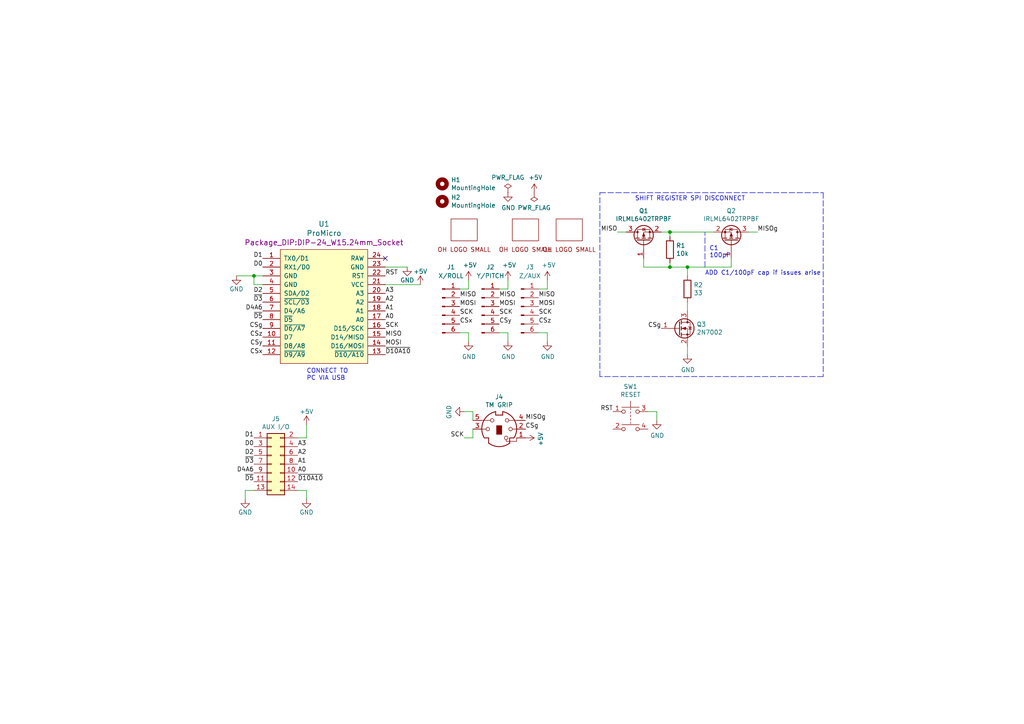
<source format=kicad_sch>
(kicad_sch (version 20211123) (generator eeschema)
  (paper "A4")
  (title_block (title "OH Flight Stick Controller") (date "2021-10-15") (rev "1") (company "www.OpenHornet.com") (comment 1 "CC BY-NC-SA"))
  (lib_symbols
    (symbol "Connector:Conn_01x06_Male" (pin_names (offset 1.016) hide)
      (property "Reference" "J" (at 0 7.62 0))
      (property "Value" "Conn_01x06_Male" (at 0 -10.16 0))
      (symbol "Conn_01x06_Male_1_1"
        (polyline (pts (xy 1.27 -7.62) (xy 0.8636 -7.62)) (stroke (width 0.1524)))
        (polyline (pts (xy 1.27 -5.08) (xy 0.8636 -5.08)) (stroke (width 0.1524)))
        (polyline (pts (xy 1.27 -2.54) (xy 0.8636 -2.54)) (stroke (width 0.1524)))
        (polyline (pts (xy 1.27 0) (xy 0.8636 0)) (stroke (width 0.1524)))
        (polyline (pts (xy 1.27 2.54) (xy 0.8636 2.54)) (stroke (width 0.1524)))
        (polyline (pts (xy 1.27 5.08) (xy 0.8636 5.08)) (stroke (width 0.1524)))
        (rectangle (start 0.8636 -7.493) (end 0 -7.747) (stroke (width 0.1524)) (fill (type outline)))
        (rectangle (start 0.8636 -4.953) (end 0 -5.207) (stroke (width 0.1524)) (fill (type outline)))
        (rectangle (start 0.8636 -2.413) (end 0 -2.667) (stroke (width 0.1524)) (fill (type outline)))
        (rectangle (start 0.8636 0.127) (end 0 -0.127) (stroke (width 0.1524)) (fill (type outline)))
        (rectangle (start 0.8636 2.667) (end 0 2.413) (stroke (width 0.1524)) (fill (type outline)))
        (rectangle (start 0.8636 5.207) (end 0 4.953) (stroke (width 0.1524)) (fill (type outline)))
        (pin passive line (at 5.08 5.08 180) (length 3.81) (name "Pin_1") (number "1"))
        (pin passive line (at 5.08 2.54 180) (length 3.81) (name "Pin_2") (number "2"))
        (pin passive line (at 5.08 0 180) (length 3.81) (name "Pin_3") (number "3"))
        (pin passive line (at 5.08 -2.54 180) (length 3.81) (name "Pin_4") (number "4"))
        (pin passive line (at 5.08 -5.08 180) (length 3.81) (name "Pin_5") (number "5"))
        (pin passive line (at 5.08 -7.62 180) (length 3.81) (name "Pin_6") (number "6"))
      )
    )
    (symbol "Connector:Mini-DIN-5" (pin_names (offset 1.016))
      (property "Reference" "J" (at 0 6.35 0))
      (property "Value" "Mini-DIN-5" (at 0 -6.35 0))
      (symbol "Mini-DIN-5_0_1"
        (circle (center -3.302 0) (radius 0.508))
        (arc (start -3.048 -4.064) (mid 0 -5.08) (end 3.048 -4.064) (stroke (width 0.254)))
        (circle (center -2.032 2.54) (radius 0.508))
        (arc (start -1.016 5.08) (mid -4.6228 2.1214) (end -4.318 -2.54) (stroke (width 0.254)))
        (rectangle (start -0.762 1.016) (end 0.762 -1.524) (fill (type outline)))
        (polyline (pts (xy -3.81 0) (xy -5.08 0)))
        (polyline (pts (xy -2.54 2.54) (xy -5.08 2.54)))
        (polyline (pts (xy 2.794 2.54) (xy 5.08 2.54)))
        (polyline (pts (xy 5.08 0) (xy 3.81 0)))
        (polyline (pts (xy -4.318 -2.54) (xy -3.048 -2.54) (xy -3.048 -4.064)) (stroke (width 0.254)))
        (polyline (pts (xy 4.318 -2.54) (xy 3.048 -2.54) (xy 3.048 -4.064)) (stroke (width 0.254)))
        (polyline (pts (xy -1.016 5.08) (xy -1.016 4.064) (xy 1.016 4.064) (xy 1.016 5.08)) (stroke (width 0.254)))
        (polyline (pts (xy 2.032 -3.048) (xy 2.032 -3.556) (xy 5.08 -3.556) (xy 5.08 -2.54)))
        (circle (center 2.032 -2.54) (radius 0.508))
        (circle (center 2.286 2.54) (radius 0.508))
        (circle (center 3.302 0) (radius 0.508))
        (arc (start 4.318 -2.54) (mid 4.6661 2.1322) (end 1.016 5.08) (stroke (width 0.254)))
      )
      (symbol "Mini-DIN-5_1_1"
        (pin passive line (at 7.62 -2.54 180) (length 2.54) (name "~") (number "1"))
        (pin passive line (at 7.62 0 180) (length 2.54) (name "~") (number "2"))
        (pin passive line (at -7.62 0 0) (length 2.54) (name "~") (number "3"))
        (pin passive line (at 7.62 2.54 180) (length 2.54) (name "~") (number "4"))
        (pin passive line (at -7.62 2.54 0) (length 2.54) (name "~") (number "5"))
      )
    )
    (symbol "Connector_Generic:Conn_02x07_Odd_Even" (pin_names (offset 1.016) hide)
      (property "Reference" "J" (at 1.27 10.16 0))
      (property "Value" "Conn_02x07_Odd_Even" (at 1.27 -10.16 0))
      (symbol "Conn_02x07_Odd_Even_1_1"
        (rectangle (start -1.27 -7.493) (end 0 -7.747) (stroke (width 0.1524)))
        (rectangle (start -1.27 -4.953) (end 0 -5.207) (stroke (width 0.1524)))
        (rectangle (start -1.27 -2.413) (end 0 -2.667) (stroke (width 0.1524)))
        (rectangle (start -1.27 0.127) (end 0 -0.127) (stroke (width 0.1524)))
        (rectangle (start -1.27 2.667) (end 0 2.413) (stroke (width 0.1524)))
        (rectangle (start -1.27 5.207) (end 0 4.953) (stroke (width 0.1524)))
        (rectangle (start -1.27 7.747) (end 0 7.493) (stroke (width 0.1524)))
        (rectangle (start -1.27 8.89) (end 3.81 -8.89) (stroke (width 0.254)) (fill (type background)))
        (rectangle (start 3.81 -7.493) (end 2.54 -7.747) (stroke (width 0.1524)))
        (rectangle (start 3.81 -4.953) (end 2.54 -5.207) (stroke (width 0.1524)))
        (rectangle (start 3.81 -2.413) (end 2.54 -2.667) (stroke (width 0.1524)))
        (rectangle (start 3.81 0.127) (end 2.54 -0.127) (stroke (width 0.1524)))
        (rectangle (start 3.81 2.667) (end 2.54 2.413) (stroke (width 0.1524)))
        (rectangle (start 3.81 5.207) (end 2.54 4.953) (stroke (width 0.1524)))
        (rectangle (start 3.81 7.747) (end 2.54 7.493) (stroke (width 0.1524)))
        (pin passive line (at -5.08 7.62 0) (length 3.81) (name "Pin_1") (number "1"))
        (pin passive line (at 7.62 -2.54 180) (length 3.81) (name "Pin_10") (number "10"))
        (pin passive line (at -5.08 -5.08 0) (length 3.81) (name "Pin_11") (number "11"))
        (pin passive line (at 7.62 -5.08 180) (length 3.81) (name "Pin_12") (number "12"))
        (pin passive line (at -5.08 -7.62 0) (length 3.81) (name "Pin_13") (number "13"))
        (pin passive line (at 7.62 -7.62 180) (length 3.81) (name "Pin_14") (number "14"))
        (pin passive line (at 7.62 7.62 180) (length 3.81) (name "Pin_2") (number "2"))
        (pin passive line (at -5.08 5.08 0) (length 3.81) (name "Pin_3") (number "3"))
        (pin passive line (at 7.62 5.08 180) (length 3.81) (name "Pin_4") (number "4"))
        (pin passive line (at -5.08 2.54 0) (length 3.81) (name "Pin_5") (number "5"))
        (pin passive line (at 7.62 2.54 180) (length 3.81) (name "Pin_6") (number "6"))
        (pin passive line (at -5.08 0 0) (length 3.81) (name "Pin_7") (number "7"))
        (pin passive line (at 7.62 0 180) (length 3.81) (name "Pin_8") (number "8"))
        (pin passive line (at -5.08 -2.54 0) (length 3.81) (name "Pin_9") (number "9"))
      )
    )
    (symbol "Device:Q_NMOS_GSD" (pin_names (offset 0) hide)
      (property "Reference" "Q" (at 5.08 1.27 0))
      (property "Value" "Q_NMOS_GSD" (at 5.08 -1.27 0))
      (symbol "Q_NMOS_GSD_0_1"
        (polyline (pts (xy 0.254 0) (xy -2.54 0)))
        (polyline (pts (xy 0.254 1.905) (xy 0.254 -1.905)) (stroke (width 0.254)))
        (polyline (pts (xy 0.762 -1.27) (xy 0.762 -2.286)) (stroke (width 0.254)))
        (polyline (pts (xy 0.762 0.508) (xy 0.762 -0.508)) (stroke (width 0.254)))
        (polyline (pts (xy 0.762 2.286) (xy 0.762 1.27)) (stroke (width 0.254)))
        (polyline (pts (xy 2.54 2.54) (xy 2.54 1.778)))
        (polyline (pts (xy 2.54 -2.54) (xy 2.54 0) (xy 0.762 0)))
        (polyline (pts (xy 0.762 -1.778) (xy 3.302 -1.778) (xy 3.302 1.778) (xy 0.762 1.778)))
        (polyline (pts (xy 1.016 0) (xy 2.032 0.381) (xy 2.032 -0.381) (xy 1.016 0)) (fill (type outline)))
        (polyline (pts (xy 2.794 0.508) (xy 2.921 0.381) (xy 3.683 0.381) (xy 3.81 0.254)))
        (polyline (pts (xy 3.302 0.381) (xy 2.921 -0.254) (xy 3.683 -0.254) (xy 3.302 0.381)))
        (circle (center 1.651 0) (radius 2.794) (stroke (width 0.254)))
        (circle (center 2.54 -1.778) (radius 0.254) (fill (type outline)))
        (circle (center 2.54 1.778) (radius 0.254) (fill (type outline)))
      )
      (symbol "Q_NMOS_GSD_1_1"
        (pin input line (at -5.08 0 0) (length 2.54) (name "G") (number "1"))
        (pin passive line (at 2.54 -5.08 90) (length 2.54) (name "S") (number "2"))
        (pin passive line (at 2.54 5.08 270) (length 2.54) (name "D") (number "3"))
      )
    )
    (symbol "Device:Q_PMOS_GSD" (pin_names (offset 0) hide)
      (property "Reference" "Q" (at 5.08 1.27 0))
      (property "Value" "Q_PMOS_GSD" (at 5.08 -1.27 0))
      (symbol "Q_PMOS_GSD_0_1"
        (polyline (pts (xy 0.254 0) (xy -2.54 0)))
        (polyline (pts (xy 0.254 1.905) (xy 0.254 -1.905)) (stroke (width 0.254)))
        (polyline (pts (xy 0.762 -1.27) (xy 0.762 -2.286)) (stroke (width 0.254)))
        (polyline (pts (xy 0.762 0.508) (xy 0.762 -0.508)) (stroke (width 0.254)))
        (polyline (pts (xy 0.762 2.286) (xy 0.762 1.27)) (stroke (width 0.254)))
        (polyline (pts (xy 2.54 2.54) (xy 2.54 1.778)))
        (polyline (pts (xy 2.54 -2.54) (xy 2.54 0) (xy 0.762 0)))
        (polyline (pts (xy 0.762 1.778) (xy 3.302 1.778) (xy 3.302 -1.778) (xy 0.762 -1.778)))
        (polyline (pts (xy 2.286 0) (xy 1.27 0.381) (xy 1.27 -0.381) (xy 2.286 0)) (fill (type outline)))
        (polyline (pts (xy 2.794 -0.508) (xy 2.921 -0.381) (xy 3.683 -0.381) (xy 3.81 -0.254)))
        (polyline (pts (xy 3.302 -0.381) (xy 2.921 0.254) (xy 3.683 0.254) (xy 3.302 -0.381)))
        (circle (center 1.651 0) (radius 2.794) (stroke (width 0.254)))
        (circle (center 2.54 -1.778) (radius 0.254) (fill (type outline)))
        (circle (center 2.54 1.778) (radius 0.254) (fill (type outline)))
      )
      (symbol "Q_PMOS_GSD_1_1"
        (pin input line (at -5.08 0 0) (length 2.54) (name "G") (number "1"))
        (pin passive line (at 2.54 -5.08 90) (length 2.54) (name "S") (number "2"))
        (pin passive line (at 2.54 5.08 270) (length 2.54) (name "D") (number "3"))
      )
    )
    (symbol "Device:R" (pin_numbers hide) (pin_names (offset 0))
      (property "Reference" "R" (at 2.032 0 90))
      (property "Value" "R" (at 0 0 90))
      (symbol "R_0_1"
        (rectangle (start -1.016 -2.54) (end 1.016 2.54) (stroke (width 0.254)))
      )
      (symbol "R_1_1"
        (pin passive line (at 0 3.81 270) (length 1.27) (name "~") (number "1"))
        (pin passive line (at 0 -3.81 90) (length 1.27) (name "~") (number "2"))
      )
    )
    (symbol "KiCadCustomLib:Omron_B3F-1026" (pin_names (offset 1.016) hide)
      (property "Reference" "SW" (at 1.27 2.54 0))
      (property "Value" "Omron_B3F-1026" (at 0 -6.858 0))
      (symbol "Omron_B3F-1026_0_1"
        (circle (center -2.032 -5.08) (radius 0.508))
        (circle (center -2.032 0) (radius 0.508))
        (polyline (pts (xy 0 -3.048) (xy 0 -3.556)))
        (polyline (pts (xy 0 -2.032) (xy 0 -2.54)))
        (polyline (pts (xy 0 -1.524) (xy 0 -1.016)))
        (polyline (pts (xy 0 -0.508) (xy 0 0)))
        (polyline (pts (xy 0 0.508) (xy 0 1.016)))
        (polyline (pts (xy 0 1.27) (xy 0 3.048)))
        (polyline (pts (xy 2.54 -3.81) (xy -2.54 -3.81)))
        (polyline (pts (xy 2.54 1.27) (xy -2.54 1.27)))
        (circle (center 2.032 -5.08) (radius 0.508))
        (circle (center 2.032 0) (radius 0.508))
        (pin passive line (at -5.08 0 0) (length 2.54) (name "1") (number "1"))
        (pin passive line (at -5.08 -5.08 0) (length 2.54) (name "2") (number "2"))
        (pin passive line (at 5.08 0 180) (length 2.54) (name "3") (number "3"))
        (pin passive line (at 5.08 -5.08 180) (length 2.54) (name "4") (number "4"))
      )
    )
    (symbol "KiCadCustomLib:OpenHornetLogoSmall" (pin_numbers hide) (pin_names (offset 0) hide)
      (symbol "OpenHornetLogoSmall_0_0"
        (text "OH LOGO SMALL" (at 0 2.54 0) (effects (font (size 1.27 1.27))))
      )
      (symbol "OpenHornetLogoSmall_0_1"
        (rectangle (start 3.81 5.08) (end -3.81 11.43))
      )
    )
    (symbol "KiCadCustomLib:ProMicro" (pin_names (offset 1.016))
      (property "Reference" "U" (at 0 24.13 0))
      (property "Value" "ProMicro" (at 0 -13.97 0))
      (symbol "ProMicro_0_1"
        (rectangle (start -12.7 21.59) (end 12.7 -11.43) (fill (type background)))
      )
      (symbol "ProMicro_1_1"
        (pin bidirectional line (at -17.78 19.05 0) (length 5.08) (name "TX0/D1") (number "1"))
        (pin bidirectional line (at -17.78 -3.81 0) (length 5.08) (name "D7") (number "10"))
        (pin bidirectional line (at -17.78 -6.35 0) (length 5.08) (name "D8/A8") (number "11"))
        (pin bidirectional line (at -17.78 -8.89 0) (length 5.08) (name "~{D9/A9}") (number "12"))
        (pin bidirectional line (at 17.78 -8.89 180) (length 5.08) (name "~{D10/A10}") (number "13"))
        (pin bidirectional line (at 17.78 -6.35 180) (length 5.08) (name "D16/MOSI") (number "14"))
        (pin bidirectional line (at 17.78 -3.81 180) (length 5.08) (name "D14/MISO") (number "15"))
        (pin bidirectional line (at 17.78 -1.27 180) (length 5.08) (name "D15/SCK") (number "16"))
        (pin bidirectional line (at 17.78 1.27 180) (length 5.08) (name "A0") (number "17"))
        (pin bidirectional line (at 17.78 3.81 180) (length 5.08) (name "A1") (number "18"))
        (pin bidirectional line (at 17.78 6.35 180) (length 5.08) (name "A2") (number "19"))
        (pin bidirectional line (at -17.78 16.51 0) (length 5.08) (name "RX1/D0") (number "2"))
        (pin bidirectional line (at 17.78 8.89 180) (length 5.08) (name "A3") (number "20"))
        (pin power_in line (at 17.78 11.43 180) (length 5.08) (name "VCC") (number "21"))
        (pin input line (at 17.78 13.97 180) (length 5.08) (name "RST") (number "22"))
        (pin power_in line (at 17.78 16.51 180) (length 5.08) (name "GND") (number "23"))
        (pin power_out line (at 17.78 19.05 180) (length 5.08) (name "RAW") (number "24"))
        (pin power_in line (at -17.78 13.97 0) (length 5.08) (name "GND") (number "3"))
        (pin power_in line (at -17.78 11.43 0) (length 5.08) (name "GND") (number "4"))
        (pin bidirectional line (at -17.78 8.89 0) (length 5.08) (name "SDA/D2") (number "5"))
        (pin bidirectional line (at -17.78 6.35 0) (length 5.08) (name "~{SCL/D3}") (number "6"))
        (pin bidirectional line (at -17.78 3.81 0) (length 5.08) (name "D4/A6") (number "7"))
        (pin bidirectional line (at -17.78 1.27 0) (length 5.08) (name "~{D5}") (number "8"))
        (pin bidirectional line (at -17.78 -1.27 0) (length 5.08) (name "~{D6/A7}") (number "9"))
      )
    )
    (symbol "Mechanical:MountingHole" (pin_names (offset 1.016))
      (property "Reference" "H" (at 0 5.08 0))
      (property "Value" "MountingHole" (at 0 3.175 0))
      (symbol "MountingHole_0_1"
        (circle (center 0 0) (radius 1.27) (stroke (width 1.27)))
      )
    )
    (symbol "power:+5V" (power) (pin_names (offset 0))
      (property "Value" "+5V" (at 0 3.556 0))
      (symbol "+5V_0_1"
        (polyline (pts (xy -0.762 1.27) (xy 0 2.54)))
        (polyline (pts (xy 0 0) (xy 0 2.54)))
        (polyline (pts (xy 0 2.54) (xy 0.762 1.27)))
      )
      (symbol "+5V_1_1"
        (pin power_in line (at 0 0 90) (length 0) hide (name "+5V") (number "1"))
      )
    )
    (symbol "power:GND" (power) (pin_names (offset 0))
      (property "Value" "GND" (at 0 -3.81 0))
      (symbol "GND_0_1"
        (polyline (pts (xy 0 0) (xy 0 -1.27) (xy 1.27 -1.27) (xy 0 -2.54) (xy -1.27 -1.27) (xy 0 -1.27)))
      )
      (symbol "GND_1_1"
        (pin power_in line (at 0 0 270) (length 0) hide (name "GND") (number "1"))
      )
    )
    (symbol "power:PWR_FLAG" (power) (pin_numbers hide) (pin_names (offset 0) hide)
      (property "Value" "PWR_FLAG" (at 0 3.81 0))
      (symbol "PWR_FLAG_0_0"
        (pin power_out line (at 0 0 90) (length 0) (name "pwr") (number "1"))
      )
      (symbol "PWR_FLAG_0_1"
        (polyline (pts (xy 0 0) (xy 0 1.27) (xy -1.016 1.905) (xy 0 2.54) (xy 1.016 1.905) (xy 0 1.27)))
      )
    )
  )
  (junction (at 73.66 80.01))
  (junction (at 199.39 77.47))
  (junction (at 194.31 77.47))
  (junction (at 194.31 67.31))
  (no_connect (at 111.76 74.93))
  (polyline (pts (xy 238.76 55.88) (xy 238.76 109.22)))
  (wire (pts (xy 199.39 77.47) (xy 212.09 77.47)))
  (wire (pts (xy 144.78 83.82) (xy 147.32 83.82)))
  (wire (pts (xy 134.62 119.38) (xy 137.16 119.38)))
  (wire (pts (xy 111.76 82.55) (xy 121.92 82.55)))
  (wire (pts (xy 137.16 119.38) (xy 137.16 121.92)))
  (wire (pts (xy 190.5 119.38) (xy 187.96 119.38)))
  (wire (pts (xy 135.89 96.52) (xy 135.89 99.06)))
  (wire (pts (xy 88.9 127) (xy 86.36 127)))
  (wire (pts (xy 179.07 67.31) (xy 181.61 67.31)))
  (wire (pts (xy 194.31 67.31) (xy 207.01 67.31)))
  (wire (pts (xy 158.75 96.52) (xy 158.75 99.06)))
  (wire (pts (xy 194.31 76.2) (xy 194.31 77.47)))
  (polyline (pts (xy 204.47 77.47) (xy 204.47 67.31)))
  (polyline (pts (xy 238.76 109.22) (xy 173.99 109.22)))
  (wire (pts (xy 88.9 123.19) (xy 88.9 127)))
  (wire (pts (xy 212.09 77.47) (xy 212.09 74.93)))
  (wire (pts (xy 199.39 80.01) (xy 199.39 77.47)))
  (wire (pts (xy 133.35 83.82) (xy 135.89 83.82)))
  (wire (pts (xy 147.32 96.52) (xy 147.32 99.06)))
  (wire (pts (xy 199.39 102.87) (xy 199.39 100.33)))
  (wire (pts (xy 156.21 96.52) (xy 158.75 96.52)))
  (wire (pts (xy 219.71 67.31) (xy 217.17 67.31)))
  (wire (pts (xy 86.36 142.24) (xy 88.9 142.24)))
  (wire (pts (xy 190.5 121.92) (xy 190.5 119.38)))
  (wire (pts (xy 194.31 67.31) (xy 191.77 67.31)))
  (wire (pts (xy 73.66 80.01) (xy 68.58 80.01)))
  (wire (pts (xy 194.31 77.47) (xy 199.39 77.47)))
  (wire (pts (xy 73.66 82.55) (xy 73.66 80.01)))
  (wire (pts (xy 76.2 82.55) (xy 73.66 82.55)))
  (wire (pts (xy 76.2 80.01) (xy 73.66 80.01)))
  (wire (pts (xy 137.16 124.46) (xy 137.16 127)))
  (wire (pts (xy 133.35 96.52) (xy 135.89 96.52)))
  (wire (pts (xy 144.78 96.52) (xy 147.32 96.52)))
  (wire (pts (xy 158.75 83.82) (xy 158.75 81.28)))
  (wire (pts (xy 156.21 83.82) (xy 158.75 83.82)))
  (wire (pts (xy 135.89 83.82) (xy 135.89 81.28)))
  (wire (pts (xy 71.12 142.24) (xy 71.12 144.78)))
  (wire (pts (xy 194.31 77.47) (xy 186.69 77.47)))
  (wire (pts (xy 186.69 74.93) (xy 186.69 77.47)))
  (wire (pts (xy 88.9 142.24) (xy 88.9 144.78)))
  (wire (pts (xy 137.16 127) (xy 134.62 127)))
  (wire (pts (xy 194.31 68.58) (xy 194.31 67.31)))
  (wire (pts (xy 147.32 83.82) (xy 147.32 81.28)))
  (wire (pts (xy 73.66 142.24) (xy 71.12 142.24)))
  (polyline (pts (xy 173.99 109.22) (xy 173.99 55.88)))
  (wire (pts (xy 199.39 87.63) (xy 199.39 90.17)))
  (polyline (pts (xy 173.99 55.88) (xy 238.76 55.88)))
  (wire (pts (xy 118.11 77.47) (xy 111.76 77.47)))
  (text "SHIFT REGISTER SPI DISCONNECT" (at 184.15 58.42 0) (effects (font (size 1.27 1.27)) (justify left bottom)))
  (text "ADD C1/100pF cap if issues arise" (at 204.47 80.01 0) (effects (font (size 1.27 1.27)) (justify left bottom)))
  (text "C1\n100pF" (at 205.74 74.93 0) (effects (font (size 1.27 1.27)) (justify left bottom)))
  (text "CONNECT TO \nPC VIA USB" (at 88.9 110.49 0) (effects (font (size 1.27 1.27)) (justify left bottom)))
  (label "A2" (at 111.76 87.63 0))
  (label "CSx" (at 76.2 102.87 180))
  (label "A0" (at 111.76 92.71 0))
  (label "~{D10A10}" (at 86.36 139.7 0))
  (label "MISO" (at 111.76 97.79 0))
  (label "~{D5}" (at 73.66 139.7 180))
  (label "CSz" (at 76.2 97.79 180))
  (label "A1" (at 86.36 134.62 0))
  (label "SCK" (at 144.78 91.44 0))
  (label "MISO" (at 144.78 86.36 0))
  (label "D2" (at 73.66 132.08 180))
  (label "SCK" (at 111.76 95.25 0))
  (label "CSg" (at 76.2 95.25 180))
  (label "MISO" (at 156.21 86.36 0))
  (label "MOSI" (at 156.21 88.9 0))
  (label "CSy" (at 144.78 93.98 0))
  (label "MISO" (at 133.35 86.36 0))
  (label "A2" (at 86.36 132.08 0))
  (label "MOSI" (at 144.78 88.9 0))
  (label "A3" (at 111.76 85.09 0))
  (label "SCK" (at 134.62 127 180))
  (label "~{D5}" (at 76.2 92.71 180))
  (label "D0" (at 76.2 77.47 180))
  (label "MOSI" (at 111.76 100.33 0))
  (label "~{D3}" (at 73.66 134.62 180))
  (label "A1" (at 111.76 90.17 0))
  (label "A3" (at 86.36 129.54 0))
  (label "D1" (at 76.2 74.93 180))
  (label "D1" (at 73.66 127 180))
  (label "SCK" (at 133.35 91.44 0))
  (label "~{D3}" (at 76.2 87.63 180))
  (label "RST" (at 111.76 80.01 0))
  (label "CSy" (at 76.2 100.33 180))
  (label "CSg" (at 152.4 124.46 0))
  (label "CSz" (at 156.21 93.98 0))
  (label "D0" (at 73.66 129.54 180))
  (label "~{D10A10}" (at 111.76 102.87 0))
  (label "D2" (at 76.2 85.09 180))
  (label "CSx" (at 133.35 93.98 0))
  (label "MISOg" (at 152.4 121.92 0))
  (label "MISO" (at 179.07 67.31 180))
  (label "A0" (at 86.36 137.16 0))
  (label "RST" (at 177.8 119.38 180))
  (label "CSg" (at 191.77 95.25 180))
  (label "D4A6" (at 76.2 90.17 180))
  (label "MISOg" (at 219.71 67.31 0))
  (label "MOSI" (at 133.35 88.9 0))
  (label "D4A6" (at 73.66 137.16 180))
  (label "SCK" (at 156.21 91.44 0))
  (symbol (lib_id "power:GND") (at 147.32 55.88 0) (unit 1)
    (property "Reference" "#PWR0101" (effects hide))
    (property "Value" "GND" (at 147.447 60.2742 0))
  )
  (symbol (lib_id "power:+5V") (at 154.94 55.88 0) (unit 1)
    (property "Reference" "#PWR0102" (effects hide))
    (property "Value" "+5V" (at 155.321 51.4858 0))
  )
  (symbol (lib_id "power:PWR_FLAG") (at 154.94 55.88 180) (unit 1)
    (property "Reference" "#FLG0101" (effects hide))
    (property "Value" "PWR_FLAG" (at 154.94 60.2742 0))
  )
  (symbol (lib_id "power:PWR_FLAG") (at 147.32 55.88 0) (unit 1)
    (property "Reference" "#FLG0102" (effects hide))
    (property "Value" "PWR_FLAG" (at 147.32 51.4858 0))
  )
  (symbol (lib_id "KiCadCustomLib:ProMicro") (at 93.98 93.98 0) (unit 1)
    (property "Reference" "U1" (at 93.98 64.9478 0) (effects (font (size 1.524 1.524))))
    (property "Value" "ProMicro" (at 93.98 67.6402 0) (effects (font (size 1.524 1.524))))
    (property "Footprint" "Package_DIP:DIP-24_W15.24mm_Socket" (at 93.98 70.3326 0) (effects (font (size 1.524 1.524))))
    (property "Datasheet" "https://datasheet.lcsc.com/lcsc/1810271810_CONNFLY-Elec-DS1009-24AT1WX-0A2_C72120.pdf" (effects hide))
    (property "LCSC" "C72120" (effects hide))
  )
  (symbol (lib_id "Connector:Conn_01x06_Male") (at 139.7 88.9 0) (unit 1)
    (property "Reference" "J2" (at 142.24 77.47 0))
    (property "Value" "Y/PITCH" (at 142.24 80.01 0))
    (property "Footprint" "Connector_JST:JST_PH_S6B-PH-K_1x06_P2.00mm_Horizontal" (effects hide))
    (property "Datasheet" "https://datasheet.lcsc.com/lcsc/1810261108_JST-Sales-America-S6B-PH-K-S-GW-LF-SN_C265105.pdf" (effects hide))
    (property "LCSC" "C265105" (effects hide))
  )
  (symbol (lib_id "power:+5V") (at 147.32 81.28 0) (unit 1)
    (property "Reference" "#PWR03" (effects hide))
    (property "Value" "+5V" (at 147.701 76.8858 0))
  )
  (symbol (lib_id "power:GND") (at 147.32 99.06 0) (unit 1)
    (property "Reference" "#PWR010" (effects hide))
    (property "Value" "GND" (at 147.447 103.4542 0))
  )
  (symbol (lib_id "Mechanical:MountingHole") (at 128.27 53.34 0) (unit 1)
    (property "Reference" "H1" (at 130.81 52.1716 0) (effects (justify left)))
    (property "Value" "MountingHole" (at 130.81 54.483 0) (effects (justify left)))
    (property "Footprint" "MountingHole:MountingHole_2.5mm" (effects hide))
  )
  (symbol (lib_id "Mechanical:MountingHole") (at 128.27 58.42 0) (unit 1)
    (property "Reference" "H2" (at 130.81 57.2516 0) (effects (justify left)))
    (property "Value" "MountingHole" (at 130.81 59.563 0) (effects (justify left)))
    (property "Footprint" "MountingHole:MountingHole_2.5mm" (effects hide))
  )
  (symbol (lib_id "KiCadCustomLib:OpenHornetLogoSmall") (at 134.62 74.93 0) (unit 1)
    (property "Reference" "LOGO1" (effects hide))
    (property "Value" "OpenHornetLogoSmall" (effects hide))
    (property "Footprint" "KiCAD Libraries:OH_LOGO_37.7mm_5.9mm" (effects hide))
  )
  (symbol (lib_id "KiCadCustomLib:OpenHornetLogoSmall") (at 152.4 74.93 0) (unit 1)
    (property "Reference" "LOGO2" (effects hide))
    (property "Value" "OpenHornetLogoSmall" (effects hide))
    (property "Footprint" "KiCAD Libraries:CC-BY-NC-SA-Small" (effects hide))
  )
  (symbol (lib_id "Connector:Conn_01x06_Male") (at 151.13 88.9 0) (unit 1)
    (property "Reference" "J3" (at 153.67 77.47 0))
    (property "Value" "Z/AUX" (at 153.67 80.01 0))
    (property "Footprint" "Connector_JST:JST_PH_S6B-PH-K_1x06_P2.00mm_Horizontal" (effects hide))
    (property "Datasheet" "https://datasheet.lcsc.com/lcsc/1810261108_JST-Sales-America-S6B-PH-K-S-GW-LF-SN_C265105.pdf" (effects hide))
    (property "LCSC" "C265105" (effects hide))
  )
  (symbol (lib_id "power:+5V") (at 158.75 81.28 0) (unit 1)
    (property "Reference" "#PWR05" (effects hide))
    (property "Value" "+5V" (at 159.131 76.8858 0))
  )
  (symbol (lib_id "power:GND") (at 158.75 99.06 0) (unit 1)
    (property "Reference" "#PWR011" (effects hide))
    (property "Value" "GND" (at 158.877 103.4542 0))
  )
  (symbol (lib_id "Device:Q_PMOS_GSD") (at 186.69 69.85 90) (unit 1)
    (property "Reference" "Q1" (at 186.69 61.1632 90))
    (property "Value" "IRLML6402TRPBF" (at 186.69 63.4746 90))
    (property "Footprint" "Package_TO_SOT_SMD:SOT-23" (effects hide))
    (property "Datasheet" "https://www.infineon.com/dgdl/irlml6402pbf.pdf?fileId=5546d462533600a401535668d5c2263c" (effects hide))
    (property "LCSC" "C2593" (effects hide))
  )
  (symbol (lib_id "Device:Q_NMOS_GSD") (at 196.85 95.25 0) (unit 1)
    (property "Reference" "Q3" (at 202.0316 94.0816 0) (effects (justify left)))
    (property "Value" "2N7002" (at 202.0316 96.393 0) (effects (justify left)))
    (property "Footprint" "Package_TO_SOT_SMD:SOT-23" (effects hide))
    (property "Datasheet" "https://datasheet.lcsc.com/lcsc/1810151612_Changjiang-Electronics-Tech--CJ-2N7002_C8545.pdf" (effects hide))
    (property "LCSC" "C8545" (effects hide))
  )
  (symbol (lib_id "Device:R") (at 194.31 72.39 0) (unit 1)
    (property "Reference" "R1" (at 196.088 71.2216 0) (effects (justify left)))
    (property "Value" "10k" (at 196.088 73.533 0) (effects (justify left)))
    (property "Footprint" "Resistor_SMD:R_0603_1608Metric" (effects hide))
    (property "Datasheet" "https://datasheet.lcsc.com/szlcsc/1811062009_UNI-ROYAL-Uniroyal-Elec-0603WAF1002T5E_C25804.pdf" (effects hide))
    (property "LCSC" "C25804" (effects hide))
  )
  (symbol (lib_id "power:+5V") (at 121.92 82.55 0) (unit 1)
    (property "Reference" "#PWR07" (effects hide))
    (property "Value" "+5V" (at 121.92 78.74 0))
  )
  (symbol (lib_id "power:GND") (at 118.11 77.47 0) (unit 1)
    (property "Reference" "#PWR01" (effects hide))
    (property "Value" "GND" (at 118.11 81.28 0))
  )
  (symbol (lib_id "Device:R") (at 199.39 83.82 0) (unit 1)
    (property "Reference" "R2" (at 201.168 82.6516 0) (effects (justify left)))
    (property "Value" "33" (at 201.168 84.963 0) (effects (justify left)))
    (property "Footprint" "Resistor_SMD:R_0402_1005Metric" (effects hide))
    (property "Datasheet" "https://datasheet.lcsc.com/szlcsc/Uniroyal-Elec-0402WGF2001TCE_C4109.pdf" (effects hide))
    (property "LCSC" "C25105" (effects hide))
  )
  (symbol (lib_id "power:GND") (at 68.58 80.01 0) (unit 1)
    (property "Reference" "#PWR02" (effects hide))
    (property "Value" "GND" (at 68.58 83.82 0))
  )
  (symbol (lib_id "power:GND") (at 199.39 102.87 0) (unit 1)
    (property "Reference" "#PWR0103" (effects hide))
    (property "Value" "GND" (at 199.517 107.2642 0))
  )
  (symbol (lib_id "Connector:Mini-DIN-5") (at 144.78 124.46 0) (unit 1)
    (property "Reference" "J4" (at 144.78 115.1382 0))
    (property "Value" "TM GRIP" (at 144.78 117.4496 0))
    (property "Footprint" "Connector_JST:JST_PH_S5B-PH-K_1x05_P2.00mm_Horizontal" (effects hide))
    (property "Datasheet" "https://datasheet.lcsc.com/lcsc/1810261108_JST-Sales-America-S5B-PH-K-S-LF-SN_C157923.pdf" (effects hide))
    (property "LCSC" "C157923" (effects hide))
  )
  (symbol (lib_id "power:GND") (at 134.62 119.38 270) (unit 1)
    (property "Reference" "#PWR08" (effects hide))
    (property "Value" "GND" (at 130.2258 119.507 0))
  )
  (symbol (lib_id "power:+5V") (at 152.4 127 270) (unit 1)
    (property "Reference" "#PWR09" (effects hide))
    (property "Value" "+5V" (at 156.7942 127.381 0))
  )
  (symbol (lib_id "Device:Q_PMOS_GSD") (at 212.09 69.85 270) (mirror x) (unit 1)
    (property "Reference" "Q2" (at 212.09 61.1632 90))
    (property "Value" "IRLML6402TRPBF" (at 212.09 63.4746 90))
    (property "Footprint" "Package_TO_SOT_SMD:SOT-23" (effects hide))
    (property "Datasheet" "https://www.infineon.com/dgdl/irlml6402pbf.pdf?fileId=5546d462533600a401535668d5c2263c" (effects hide))
    (property "LCSC" "C2593" (effects hide))
  )
  (symbol (lib_id "KiCadCustomLib:Omron_B3F-1026") (at 182.88 119.38 0) (unit 1)
    (property "Reference" "SW1" (at 182.88 112.141 0))
    (property "Value" "RESET" (at 182.88 114.4524 0))
    (property "Footprint" "KiCAD Libraries:SMD-SW-4_5.1x5.1" (effects hide))
    (property "Datasheet" "https://datasheet.lcsc.com/lcsc/2002271431_XKB-Connectivity-TS-1187A-B-A-B_C318884.pdf" (effects hide))
    (property "LCSC" "C318884" (effects hide))
  )
  (symbol (lib_id "power:GND") (at 190.5 121.92 0) (unit 1)
    (property "Reference" "#PWR012" (effects hide))
    (property "Value" "GND" (at 190.627 126.3142 0))
  )
  (symbol (lib_id "power:+5V") (at 88.9 123.19 0) (unit 1)
    (property "Reference" "#PWR013" (effects hide))
    (property "Value" "+5V" (at 88.9 119.38 0))
  )
  (symbol (lib_id "Connector_Generic:Conn_02x07_Odd_Even") (at 78.74 134.62 0) (unit 1)
    (property "Reference" "J5" (at 80.01 121.4882 0))
    (property "Value" "AUX I/O" (at 80.01 123.7996 0))
    (property "Footprint" "Connector_PinHeader_2.54mm:PinHeader_2x07_P2.54mm_Vertical" (effects hide))
  )
  (symbol (lib_id "power:GND") (at 71.12 144.78 0) (unit 1)
    (property "Reference" "#PWR014" (effects hide))
    (property "Value" "GND" (at 71.12 148.59 0))
  )
  (symbol (lib_id "power:GND") (at 88.9 144.78 0) (unit 1)
    (property "Reference" "#PWR015" (effects hide))
    (property "Value" "GND" (at 88.9 148.59 0))
  )
  (symbol (lib_id "KiCadCustomLib:OpenHornetLogoSmall") (at 165.1 74.93 0) (unit 1)
    (property "Reference" "LOGO3" (effects hide))
    (property "Value" "OpenHornetLogoSmall" (effects hide))
    (property "Footprint" "KiCAD Libraries:OH_LOGO_ONLY_11x6mm" (effects hide))
  )
  (symbol (lib_id "Connector:Conn_01x06_Male") (at 128.27 88.9 0) (unit 1)
    (property "Reference" "J1" (at 130.81 77.47 0))
    (property "Value" "X/ROLL" (at 130.81 80.01 0))
    (property "Footprint" "Connector_JST:JST_PH_S6B-PH-K_1x06_P2.00mm_Horizontal" (effects hide))
    (property "Datasheet" "https://datasheet.lcsc.com/lcsc/1810261108_JST-Sales-America-S6B-PH-K-S-GW-LF-SN_C265105.pdf" (effects hide))
    (property "LCSC" "C265105" (effects hide))
  )
  (symbol (lib_id "power:+5V") (at 135.89 81.28 0) (unit 1)
    (property "Reference" "#PWR04" (effects hide))
    (property "Value" "+5V" (at 136.271 76.8858 0))
  )
  (symbol (lib_id "power:GND") (at 135.89 99.06 0) (unit 1)
    (property "Reference" "#PWR06" (effects hide))
    (property "Value" "GND" (at 136.017 103.4542 0))
  )
)
</source>
